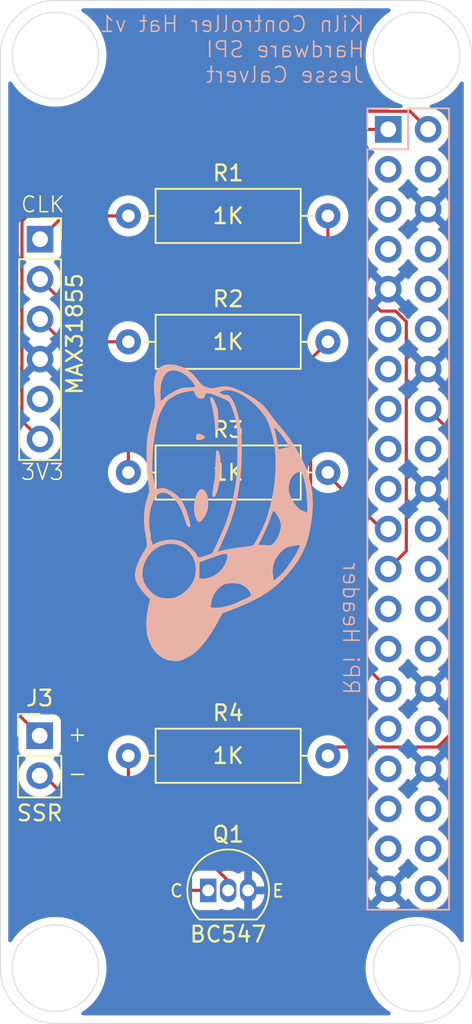
<source format=kicad_pcb>
(kicad_pcb (version 20241229) (generator "pcbnew") (generator_version "9.0")
  (title_block (title "Kiln_Hat") (date "2025-11-22") (rev "1") (company "Jesse Calvert") (comment 1 "Hardware SPI"))
  (layers (0 "F.Cu" signal) (2 "B.Cu" signal) (13 "F.Paste" user) (15 "B.Paste" user) (5 "F.SilkS" user "F.Silkscreen") (7 "B.SilkS" user "B.Silkscreen") (1 "F.Mask" user) (3 "B.Mask" user) (25 "Edge.Cuts" user))
  (net 0 "")
  (net 8 "GND")
  (net 10 "Net-(J1-Pin_16)")
  (net 19 "Net-(J1-Pin_29)")
  (net 21 "Net-(J1-Pin_23)")
  (net 25 "/5V")
  (net 26 "/3V3")
  (net 29 "Net-(J1-Pin_21)")
  (net 35 "/CS")
  (net 36 "/CLK")
  (net 37 "/DO")
  (net 38 "Net-(J3-Pin_2)")
  (net 39 "Net-(Q1-B)")
  (footprint "Resistor_THT:R_Axial_DIN0309_L9.0mm_D3.2mm_P12.70mm_Horizontal" (layer "F.Cu") (at 144.901 122.686)
    (property "Reference" "R4" (at 6.35 -2.72 0) (layer "F.SilkS"))
    (property "Value" "1K" (at 6.35 0 0) (layer "F.SilkS"))
    (fp_line (start 1.04 0) (end 1.73 0) (stroke (width 0.12)) (layer "F.SilkS"))
    (fp_line (start 11.66 0) (end 10.97 0) (stroke (width 0.12)) (layer "F.SilkS"))
    (fp_rect (start 1.73 -1.72) (end 10.97 1.72) (stroke (width 0.12)) (fill no) (layer "F.SilkS"))
    (pad "1" thru_hole circle (at 0 0) (size 1.6 1.6) (drill 0.8) (layers "*.Cu" "*.Mask") (net 39 "Net-(Q1-B)"))
    (pad "2" thru_hole circle (at 12.7 0) (size 1.6 1.6) (drill 0.8) (layers "*.Cu" "*.Mask") (net 10 "Net-(J1-Pin_16)"))
  )
  (footprint "Connector_PinHeader_2.54mm:PinHeader_1x02_P2.54mm_Vertical" (layer "F.Cu") (at 139.251 121.411)
    (property "Reference" "J3" (at 0 -2.38 0) (layer "F.SilkS"))
    (property "Value" "SSR" (at 0 4.92 0) (layer "F.SilkS"))
    (fp_line (start -1.38 -1.38) (end 0 -1.38) (stroke (width 0.12)) (layer "F.SilkS"))
    (fp_line (start -1.38 0) (end -1.38 -1.38) (stroke (width 0.12)) (layer "F.SilkS"))
    (fp_line (start -1.38 1.27) (end -1.38 3.92) (stroke (width 0.12)) (layer "F.SilkS"))
    (fp_line (start -1.38 1.27) (end 1.38 1.27) (stroke (width 0.12)) (layer "F.SilkS"))
    (fp_line (start -1.38 3.92) (end 1.38 3.92) (stroke (width 0.12)) (layer "F.SilkS"))
    (fp_line (start 1.38 1.27) (end 1.38 3.92) (stroke (width 0.12)) (layer "F.SilkS"))
    (pad "1" thru_hole rect (at 0 0) (size 1.7 1.7) (drill 1) (layers "*.Cu" "*.Mask") (net 25 "/5V"))
    (pad "2" thru_hole circle (at 0 2.54) (size 1.7 1.7) (drill 1) (layers "*.Cu" "*.Mask") (net 38 "Net-(J3-Pin_2)"))
  )
  (footprint "Resistor_THT:R_Axial_DIN0309_L9.0mm_D3.2mm_P12.70mm_Horizontal" (layer "F.Cu") (at 144.901 104.686)
    (property "Reference" "R3" (at 6.35 -2.72 0) (layer "F.SilkS"))
    (property "Value" "1K" (at 6.35 0 0) (layer "F.SilkS"))
    (fp_line (start 1.04 0) (end 1.73 0) (stroke (width 0.12)) (layer "F.SilkS"))
    (fp_line (start 11.66 0) (end 10.97 0) (stroke (width 0.12)) (layer "F.SilkS"))
    (fp_rect (start 1.73 -1.72) (end 10.97 1.72) (stroke (width 0.12)) (fill no) (layer "F.SilkS"))
    (pad "1" thru_hole circle (at 0 0) (size 1.6 1.6) (drill 0.8) (layers "*.Cu" "*.Mask") (net 37 "/DO"))
    (pad "2" thru_hole circle (at 12.7 0) (size 1.6 1.6) (drill 0.8) (layers "*.Cu" "*.Mask") (net 29 "Net-(J1-Pin_21)"))
  )
  (footprint "Connector_PinSocket_2.54mm:PinSocket_1x06_P2.54mm_Vertical" (layer "F.Cu") (at 139.276 89.861)
    (property "Reference" "J2" (hide yes))
    (property "Value" "MAX31855" (at 2.2 6.02 90) (layer "F.SilkS"))
    (fp_line (start -1.33 1.27) (end -1.33 14.03) (stroke (width 0.12)) (layer "F.SilkS"))
    (fp_line (start -1.33 1.27) (end 1.33 1.27) (stroke (width 0.12)) (layer "F.SilkS"))
    (fp_line (start -1.33 14.03) (end 1.33 14.03) (stroke (width 0.12)) (layer "F.SilkS"))
    (fp_line (start 0 -1.33) (end 1.33 -1.33) (stroke (width 0.12)) (layer "F.SilkS"))
    (fp_line (start 1.33 -1.33) (end 1.33 0) (stroke (width 0.12)) (layer "F.SilkS"))
    (fp_line (start 1.33 1.27) (end 1.33 14.03) (stroke (width 0.12)) (layer "F.SilkS"))
    (pad "1" thru_hole rect (at 0 0) (size 1.7 1.7) (drill 1) (layers "*.Cu" "*.Mask") (net 36 "/CLK"))
    (pad "2" thru_hole circle (at 0 2.54) (size 1.7 1.7) (drill 1) (layers "*.Cu" "*.Mask") (net 35 "/CS"))
    (pad "3" thru_hole circle (at 0 5.08) (size 1.7 1.7) (drill 1) (layers "*.Cu" "*.Mask") (net 37 "/DO"))
    (pad "4" thru_hole circle (at 0 7.62) (size 1.7 1.7) (drill 1) (layers "*.Cu" "*.Mask") (net 8 "GND"))
    (pad "5" thru_hole circle (at 0 10.16) (size 1.7 1.7) (drill 1) (layers "*.Cu" "*.Mask"))
    (pad "6" thru_hole circle (at 0 12.7) (size 1.7 1.7) (drill 1) (layers "*.Cu" "*.Mask") (net 26 "/3V3"))
  )
  (footprint "Resistor_THT:R_Axial_DIN0309_L9.0mm_D3.2mm_P12.70mm_Horizontal" (layer "F.Cu") (at 144.901 88.381)
    (property "Reference" "R1" (at 6.35 -2.72 0) (layer "F.SilkS"))
    (property "Value" "1K" (at 6.35 0 0) (layer "F.SilkS"))
    (fp_line (start 1.04 0) (end 1.73 0) (stroke (width 0.12)) (layer "F.SilkS"))
    (fp_line (start 11.66 0) (end 10.97 0) (stroke (width 0.12)) (layer "F.SilkS"))
    (fp_rect (start 1.73 -1.72) (end 10.97 1.72) (stroke (width 0.12)) (fill no) (layer "F.SilkS"))
    (pad "1" thru_hole circle (at 0 0) (size 1.6 1.6) (drill 0.8) (layers "*.Cu" "*.Mask") (net 36 "/CLK"))
    (pad "2" thru_hole circle (at 12.7 0) (size 1.6 1.6) (drill 0.8) (layers "*.Cu" "*.Mask") (net 21 "Net-(J1-Pin_23)"))
  )
  (footprint "Package_TO_SOT_THT:TO-92_Inline" (layer "F.Cu") (at 149.981 131.241)
    (property "Reference" "Q1" (at 1.27 -3.56 0) (layer "F.SilkS"))
    (property "Value" "BC547" (at 1.27 2.79 0) (layer "F.SilkS"))
    (fp_line (start -0.53 1.85) (end 3.07 1.85) (stroke (width 0.12)) (layer "F.SilkS"))
    (fp_arc (start -0.568478 1.838478) (mid -1.132087 -0.994977) (end 1.27 -2.6) (stroke (width 0.12)) (layer "F.SilkS"))
    (fp_arc (start 1.27 -2.6) (mid 3.672087 -0.994977) (end 3.108478 1.838478) (stroke (width 0.12)) (layer "F.SilkS"))
    (pad "1" thru_hole rect (at 0 0) (size 1.05 1.5) (drill 0.75) (layers "*.Cu" "*.Mask") (net 38 "Net-(J3-Pin_2)"))
    (pad "2" thru_hole oval (at 1.27 0) (size 1.05 1.5) (drill 0.75) (layers "*.Cu" "*.Mask") (net 39 "Net-(Q1-B)"))
    (pad "3" thru_hole oval (at 2.54 0) (size 1.05 1.5) (drill 0.75) (layers "*.Cu" "*.Mask") (net 8 "GND"))
  )
  (footprint "Resistor_THT:R_Axial_DIN0309_L9.0mm_D3.2mm_P12.70mm_Horizontal" (layer "F.Cu") (at 144.901 96.381)
    (property "Reference" "R2" (at 6.35 -2.72 0) (layer "F.SilkS"))
    (property "Value" "1K" (at 6.35 0 0) (layer "F.SilkS"))
    (fp_line (start 1.04 0) (end 1.73 0) (stroke (width 0.12)) (layer "F.SilkS"))
    (fp_line (start 11.66 0) (end 10.97 0) (stroke (width 0.12)) (layer "F.SilkS"))
    (fp_rect (start 1.73 -1.72) (end 10.97 1.72) (stroke (width 0.12)) (fill no) (layer "F.SilkS"))
    (pad "1" thru_hole circle (at 0 0) (size 1.6 1.6) (drill 0.8) (layers "*.Cu" "*.Mask") (net 35 "/CS"))
    (pad "2" thru_hole circle (at 12.7 0) (size 1.6 1.6) (drill 0.8) (layers "*.Cu" "*.Mask") (net 19 "Net-(J1-Pin_29)"))
  )
  (footprint "Connector_PinSocket_2.54mm:PinSocket_2x20_P2.54mm_Vertical" (layer "B.Cu") (at 161.441 82.881 180)
    (property "Reference" "J1" (hide yes))
    (property "Value" "RPi GPIO")
    (fp_line (start 1.33 1.33) (end 1.33 0) (stroke (width 0.12)) (layer "B.SilkS"))
    (fp_line (start 1.33 -1.27) (end 1.33 -49.59) (stroke (width 0.12)) (layer "B.SilkS"))
    (fp_line (start 0 1.33) (end 1.33 1.33) (stroke (width 0.12)) (layer "B.SilkS"))
    (fp_line (start -1.27 1.33) (end -1.27 -1.27) (stroke (width 0.12)) (layer "B.SilkS"))
    (fp_line (start -1.27 -1.27) (end 1.33 -1.27) (stroke (width 0.12)) (layer "B.SilkS"))
    (fp_line (start -3.87 1.33) (end -1.27 1.33) (stroke (width 0.12)) (layer "B.SilkS"))
    (fp_line (start -3.87 1.33) (end -3.87 -49.59) (stroke (width 0.12)) (layer "B.SilkS"))
    (fp_line (start -3.87 -49.59) (end 1.33 -49.59) (stroke (width 0.12)) (layer "B.SilkS"))
    (pad "1" thru_hole rect (at 0 0 180) (size 1.7 1.7) (drill 1) (layers "*.Cu" "*.Mask") (net 26 "/3V3"))
    (pad "2" thru_hole circle (at -2.54 0 180) (size 1.7 1.7) (drill 1) (layers "*.Cu" "*.Mask") (net 25 "/5V"))
    (pad "3" thru_hole circle (at 0 -2.54 180) (size 1.7 1.7) (drill 1) (layers "*.Cu" "*.Mask"))
    (pad "4" thru_hole circle (at -2.54 -2.54 180) (size 1.7 1.7) (drill 1) (layers "*.Cu" "*.Mask"))
    (pad "5" thru_hole circle (at 0 -5.08 180) (size 1.7 1.7) (drill 1) (layers "*.Cu" "*.Mask"))
    (pad "6" thru_hole circle (at -2.54 -5.08 180) (size 1.7 1.7) (drill 1) (layers "*.Cu" "*.Mask") (net 8 "GND"))
    (pad "7" thru_hole circle (at 0 -7.62 180) (size 1.7 1.7) (drill 1) (layers "*.Cu" "*.Mask"))
    (pad "8" thru_hole circle (at -2.54 -7.62 180) (size 1.7 1.7) (drill 1) (layers "*.Cu" "*.Mask"))
    (pad "9" thru_hole circle (at 0 -10.16 180) (size 1.7 1.7) (drill 1) (layers "*.Cu" "*.Mask") (net 8 "GND"))
    (pad "10" thru_hole circle (at -2.54 -10.16 180) (size 1.7 1.7) (drill 1) (layers "*.Cu" "*.Mask"))
    (pad "11" thru_hole circle (at 0 -12.7 180) (size 1.7 1.7) (drill 1) (layers "*.Cu" "*.Mask"))
    (pad "12" thru_hole circle (at -2.54 -12.7 180) (size 1.7 1.7) (drill 1) (layers "*.Cu" "*.Mask"))
    (pad "13" thru_hole circle (at 0 -15.24 180) (size 1.7 1.7) (drill 1) (layers "*.Cu" "*.Mask"))
    (pad "14" thru_hole circle (at -2.54 -15.24 180) (size 1.7 1.7) (drill 1) (layers "*.Cu" "*.Mask") (net 8 "GND"))
    (pad "15" thru_hole circle (at 0 -17.78 180) (size 1.7 1.7) (drill 1) (layers "*.Cu" "*.Mask"))
    (pad "16" thru_hole circle (at -2.54 -17.78 180) (size 1.7 1.7) (drill 1) (layers "*.Cu" "*.Mask") (net 10 "Net-(J1-Pin_16)"))
    (pad "17" thru_hole circle (at 0 -20.32 180) (size 1.7 1.7) (drill 1) (layers "*.Cu" "*.Mask"))
    (pad "18" thru_hole circle (at -2.54 -20.32 180) (size 1.7 1.7) (drill 1) (layers "*.Cu" "*.Mask"))
    (pad "19" thru_hole circle (at 0 -22.86 180) (size 1.7 1.7) (drill 1) (layers "*.Cu" "*.Mask"))
    (pad "20" thru_hole circle (at -2.54 -22.86 180) (size 1.7 1.7) (drill 1) (layers "*.Cu" "*.Mask") (net 8 "GND"))
    (pad "21" thru_hole circle (at 0 -25.4 180) (size 1.7 1.7) (drill 1) (layers "*.Cu" "*.Mask") (net 29 "Net-(J1-Pin_21)"))
    (pad "22" thru_hole circle (at -2.54 -25.4 180) (size 1.7 1.7) (drill 1) (layers "*.Cu" "*.Mask"))
    (pad "23" thru_hole circle (at 0 -27.94 180) (size 1.7 1.7) (drill 1) (layers "*.Cu" "*.Mask") (net 21 "Net-(J1-Pin_23)"))
    (pad "24" thru_hole circle (at -2.54 -27.94 180) (size 1.7 1.7) (drill 1) (layers "*.Cu" "*.Mask"))
    (pad "25" thru_hole circle (at 0 -30.48 180) (size 1.7 1.7) (drill 1) (layers "*.Cu" "*.Mask"))
    (pad "26" thru_hole circle (at -2.54 -30.48 180) (size 1.7 1.7) (drill 1) (layers "*.Cu" "*.Mask"))
    (pad "27" thru_hole circle (at 0 -33.02 180) (size 1.7 1.7) (drill 1) (layers "*.Cu" "*.Mask"))
    (pad "28" thru_hole circle (at -2.54 -33.02 180) (size 1.7 1.7) (drill 1) (layers "*.Cu" "*.Mask"))
    (pad "29" thru_hole circle (at 0 -35.56 180) (size 1.7 1.7) (drill 1) (layers "*.Cu" "*.Mask") (net 19 "Net-(J1-Pin_29)"))
    (pad "30" thru_hole circle (at -2.54 -35.56 180) (size 1.7 1.7) (drill 1) (layers "*.Cu" "*.Mask") (net 8 "GND"))
    (pad "31" thru_hole circle (at 0 -38.1 180) (size 1.7 1.7) (drill 1) (layers "*.Cu" "*.Mask"))
    (pad "32" thru_hole circle (at -2.54 -38.1 180) (size 1.7 1.7) (drill 1) (layers "*.Cu" "*.Mask"))
    (pad "33" thru_hole circle (at 0 -40.64 180) (size 1.7 1.7) (drill 1) (layers "*.Cu" "*.Mask"))
    (pad "34" thru_hole circle (at -2.54 -40.64 180) (size 1.7 1.7) (drill 1) (layers "*.Cu" "*.Mask") (net 8 "GND"))
    (pad "35" thru_hole circle (at 0 -43.18 180) (size 1.7 1.7) (drill 1) (layers "*.Cu" "*.Mask"))
    (pad "36" thru_hole circle (at -2.54 -43.18 180) (size 1.7 1.7) (drill 1) (layers "*.Cu" "*.Mask"))
    (pad "37" thru_hole circle (at 0 -45.72 180) (size 1.7 1.7) (drill 1) (layers "*.Cu" "*.Mask"))
    (pad "38" thru_hole circle (at -2.54 -45.72 180) (size 1.7 1.7) (drill 1) (layers "*.Cu" "*.Mask"))
    (pad "39" thru_hole circle (at 0 -48.26 180) (size 1.7 1.7) (drill 1) (layers "*.Cu" "*.Mask") (net 8 "GND"))
    (pad "40" thru_hole circle (at -2.54 -48.26 180) (size 1.7 1.7) (drill 1) (layers "*.Cu" "*.Mask"))
  )
  (footprint "LOGO" (layer "B.Cu") (at 149.473659 107.087204 90)
    (property "Reference" "G***" (hide yes))
    (property "Value" "LOGO" (hide yes))
    (fp_poly (pts (xy 4.740687 0.223639) (xy 4.819197 0.108068) (xy 4.851062 0.000001) (xy 4.858562 -0.11661) (xy 4.863111 -0.178763) (xy 4.825972 -0.228113) (xy 4.731724 -0.263545) (xy 4.619456 -0.277324) (xy 4.528255 -0.261716) (xy 4.5094 -0.248755) (xy 4.465436 -0.146191) (xy 4.466722 -0.001089) (xy 4.509765 0.145929) (xy 4.54897 0.21159) (xy 4.637542 0.326784)) (fill yes) (layer "B.SilkS"))
    (fp_poly (pts (xy 0.742243 0.492198) (xy 0.96875 0.446463) (xy 1.142738 0.362699) (xy 1.266751 0.254469) (xy 1.339678 0.155127) (xy 1.346165 0.064354) (xy 1.328154 0.007175) (xy 1.235958 -0.111436) (xy 1.067647 -0.21433) (xy 0.842726 -0.297973) (xy 0.580702 -0.358829) (xy 0.301079 -0.393363) (xy 0.023365 -0.39804) (xy -0.232934 -0.369326) (xy -0.430352 -0.311517) (xy -0.622143 -0.219118) (xy -0.725525 -0.13486) (xy -0.746647 -0.048156) (xy -0.691657 0.051581) (xy -0.661097 0.085774) (xy -0.548582 0.179447) (xy -0.386995 0.285664) (xy -0.247003 0.362909) (xy -0.084785 0.437276) (xy 0.057093 0.480621) (xy 0.216978 0.500899) (xy 0.433215 0.506068) (xy 0.443022 0.506073)) (fill yes) (layer "B.SilkS"))
    (fp_poly (pts (xy 5.765441 1.152623) (xy 6.020961 1.149396) (xy 6.208066 1.140585) (xy 6.354732 1.121313) (xy 6.488935 1.0867) (xy 6.638653 1.031867) (xy 6.771726 0.977145) (xy 6.985516 0.881329) (xy 7.116817 0.805826) (xy 7.17577 0.744276) (xy 7.181403 0.720189) (xy 7.165722 0.649408) (xy 7.107416 0.624385) (xy 6.98959 0.642889) (xy 6.868121 0.678787) (xy 6.695358 0.725215) (xy 6.46372 0.775298) (xy 6.199019 0.82478) (xy 5.927067 0.869401) (xy 5.673678 0.904904) (xy 5.464663 0.92703) (xy 5.333676 0.931909) (xy 5.171341 0.936872) (xy 5.094934 0.971226) (xy 5.097184 1.039753) (xy 5.116482 1.074703) (xy 5.151023 1.109526) (xy 5.213089 1.132743) (xy 5.319404 1.146362) (xy 5.486693 1.152391) (xy 5.731679 1.152838)) (fill yes) (layer "B.SilkS"))
    (fp_poly (pts (xy 3.199777 1.289727) (xy 3.45262 1.259756) (xy 3.648108 1.211867) (xy 3.771667 1.14568) (xy 3.803693 1.101315) (xy 3.812786 1.065364) (xy 3.800314 1.0383) (xy 3.753918 1.018129) (xy 3.661237 1.002855) (xy 3.509913 0.990482) (xy 3.287586 0.979014) (xy 2.981896 0.966457) (xy 2.964136 0.965762) (xy 2.698662 0.955341) (xy 2.461737 0.945953) (xy 2.272671 0.938371) (xy 2.15077 0.933365) (xy 2.120682 0.932053) (xy 2.030246 0.921903) (xy 1.873892 0.898835) (xy 1.680539 0.867207) (xy 1.61461 0.85582) (xy 1.354807 0.810916) (xy 1.173078 0.78155) (xy 1.052685 0.765871) (xy 0.976891 0.762024) (xy 0.928956 0.768156) (xy 0.903699 0.777094) (xy 0.844431 0.835332) (xy 0.869053 0.91112) (xy 0.970064 0.991356) (xy 1.048291 1.029647) (xy 1.294502 1.114491) (xy 1.585386 1.18407) (xy 1.90637 1.238006) (xy 2.242876 1.275918) (xy 2.580329 1.297428) (xy 2.904155 1.302158)) (fill yes) (layer "B.SilkS"))
    (fp_poly (pts (xy 1.039994 7.145686) (xy 1.684532 7.039823) (xy 2.345658 6.855605) (xy 2.585416 6.772084) (xy 3.055336 6.574634) (xy 3.560217 6.316551) (xy 4.07534 6.012904) (xy 4.575984 5.678758) (xy 5.03743 5.329179) (xy 5.255561 5.144645) (xy 5.475333 4.956681) (xy 5.720355 4.756826) (xy 5.953398 4.575074) (xy 6.068193 4.489925) (xy 6.261138 4.346252) (xy 6.447065 4.200206) (xy 6.596525 4.075202) (xy 6.644043 4.032051) (xy 6.843766 3.810042) (xy 7.060137 3.511688) (xy 7.282674 3.15314) (xy 7.500894 2.750549) (xy 7.580948 2.588456) (xy 7.740427 2.223406) (xy 7.839159 1.907326) (xy 7.880563 1.617246) (xy 7.868055 1.330199) (xy 7.81068 1.044473) (xy 7.768695 0.866563) (xy 7.755534 0.737864) (xy 7.770687 0.615765) (xy 7.80402 0.490203) (xy 7.882731 0.267652) (xy 7.981608 0.104844) (xy 8.127031 -0.034244) (xy 8.255939 -0.126928) (xy 8.616134 -0.422034) (xy 8.904573 -0.769312) (xy 9.11499 -1.157559) (xy 9.241122 -1.57557) (xy 9.277416 -1.953828) (xy 9.241047 -2.259015) (xy 9.129916 -2.508285) (xy 8.943124 -2.70207) (xy 8.679777 -2.840803) (xy 8.338976 -2.924914) (xy 7.919827 -2.954835) (xy 7.421431 -2.930999) (xy 7.278928 -2.916069) (xy 6.985852 -2.887421) (xy 6.769333 -2.878968) (xy 6.611737 -2.890417) (xy 6.5481 -2.903898) (xy 6.072988 -3.032553) (xy 5.676802 -3.137781) (xy 5.345586 -3.221939) (xy 5.065384 -3.28738) (xy 4.822239 -3.336461) (xy 4.602194 -3.371536) (xy 4.391293 -3.39496) (xy 4.17558 -3.409089) (xy 3.941098 -3.416278) (xy 3.67389 -3.418881) (xy 3.494307 -3.419221) (xy 2.817058 -3.40707) (xy 2.218503 -3.369243) (xy 1.869465 -3.331121) (xy 1.184471 -3.242468) (xy 0.736827 -3.397481) (xy 0.273917 -3.517716) (xy -0.2393 -3.58074) (xy -0.774393 -3.584954) (xy -1.302934 -3.528757) (xy -1.373625 -3.516196) (xy -1.701924 -3.457897) (xy -1.950869 -3.421908) (xy -2.134713 -3.407517) (xy -2.267709 -3.414014) (xy -2.364107 -3.440687) (xy -2.408026 -3.464569) (xy -2.901657 -3.76274) (xy -3.346344 -3.978219) (xy -3.742472 -4.111134) (xy -4.090427 -4.161609) (xy -4.390594 -4.12977) (xy -4.420036 -4.121452) (xy -4.648769 -4.024165) (xy -4.907234 -3.868038) (xy -5.167687 -3.671612) (xy -5.370522 -3.4862) (xy -5.66044 -3.193572) (xy -6.083541 -3.303603) (xy -6.528003 -3.392101) (xy -6.993313 -3.436602) (xy -7.448772 -3.436262) (xy -7.863683 -3.390237) (xy -8.019456 -3.356832) (xy -8.452962 -3.20855) (xy -8.825654 -3.001894) (xy -9.131246 -2.743796) (xy -9.36345 -2.441189) (xy -9.515981 -2.101006) (xy -9.516957 -2.09557) (xy -5.590314 -2.09557) (xy -5.57543 -2.377998) (xy -5.523486 -2.609548) (xy -5.422206 -2.819585) (xy -5.259312 -3.037472) (xy -5.141782 -3.168333) (xy -4.839237 -3.432626) (xy -4.512797 -3.60372) (xy -4.161689 -3.68178) (xy -3.78514 -3.666972) (xy -3.382377 -3.559462) (xy -3.358672 -3.550566) (xy -2.988442 -3.366216) (xy -2.680892 -3.126019) (xy -2.438775 -2.84149) (xy -2.264842 -2.524144) (xy -2.161846 -2.185497) (xy -2.13254 -1.837063) (xy -2.179675 -1.490357) (xy -2.306006 -1.156895) (xy -2.514283 -0.848193) (xy -2.673722 -0.685022) (xy -2.987031 -0.465359) (xy -3.337575 -0.329747) (xy -3.712743 -0.279728) (xy -4.099925 -0.316847) (xy -4.486511 -0.442648) (xy -4.52177 -0.458807) (xy -4.812668 -0.637791) (xy -5.087878 -0.883935) (xy -5.318824 -1.168872) (xy -5.432252 -1.362634) (xy -5.512951 -1.537358) (xy -5.560561 -1.681097) (xy -5.583503 -1.832895) (xy -5.590196 -2.031799) (xy -5.590314 -2.09557) (xy -9.516957 -2.09557) (xy -9.582552 -1.73018) (xy -9.585009 -1.630404) (xy -9.578851 -1.452442) (xy -9.557093 -1.305312) (xy -9.510863 -1.155776) (xy -9.431291 -0.970594) (xy -9.379869 -0.861832) (xy -9.261473 -0.633177) (xy -9.139294 -0.444521) (xy -8.988861 -0.262424) (xy -8.835191 -0.104023) (xy -2.991964 -0.104023) (xy -2.991801 -0.104485) (xy -2.934788 -0.162429) (xy -2.825413 -0.22498) (xy -2.805452 -0.2337) (xy -2.683321 -0.313241) (xy -2.530015 -0.453643) (xy -2.364266 -0.6333) (xy -2.204805 -0.830602) (xy -2.070364 -1.023943) (xy -1.984393 -1.180834) (xy -1.893008 -1.487084) (xy -1.86077 -1.837854) (xy -1.885946 -2.202924) (xy -1.966805 -2.552075) (xy -2.077916 -2.813565) (xy -2.154334 -2.957661) (xy -2.185836 -3.033925) (xy -2.175686 -3.058013) (xy -2.127149 -3.045581) (xy -2.126217 -3.045224) (xy -2.039607 -3.051231) (xy -1.954907 -3.092833) (xy -1.835681 -3.140672) (xy -1.744535 -3.142444) (xy -1.634204 -3.140815) (xy -1.48215 -3.164683) (xy -1.421822 -3.179779) (xy -1.146504 -3.228926) (xy -0.798647 -3.245147) (xy -0.396459 -3.228036) (xy -0.185546 -3.207415) (xy 0.111342 -3.152681) (xy 0.409134 -3.06194) (xy 0.677823 -2.946567) (xy 0.887405 -2.817938) (xy 0.92595 -2.786025) (xy 1.070953 -2.600499) (xy 1.125777 -2.388801) (xy 1.089956 -2.16003) (xy 0.969771 -1.932675) (xy 0.704406 -1.637013) (xy 0.359524 -1.378275) (xy -0.052497 -1.164278) (xy -0.489149 -1.011128) (xy -0.672931 -0.955147) (xy -0.843997 -0.89549) (xy -0.9278 -0.861512) (xy -1.039063 -0.78903) (xy -1.083942 -0.712687) (xy -1.053744 -0.652245) (xy -1.025625 -0.639091) (xy -0.91622 -0.635048) (xy -0.739294 -0.664555) (xy -0.51502 -0.721141) (xy -0.263574 -0.798338) (xy -0.005127 -0.889679) (xy 0.240144 -0.988693) (xy 0.452066 -1.088913) (xy 0.551118 -1.144656) (xy 0.865379 -1.383676) (xy 1.115708 -1.681776) (xy 1.26205 -1.936437) (xy 1.351739 -2.128674) (xy 1.400089 -2.268445) (xy 1.414975 -2.386165) (xy 1.406717 -2.495158) (xy 1.382074 -2.643395) (xy 1.355353 -2.759578) (xy 1.347995 -2.782051) (xy 1.347129 -2.832471) (xy 1.404739 -2.865399) (xy 1.539185 -2.890835) (xy 1.550559 -2.892405) (xy 1.728108 -2.921857) (xy 1.943405 -2.964775) (xy 2.094335 -2.998804) (xy 2.235378 -3.02735) (xy 2.388402 -3.045489) (xy 2.57278 -3.053909) (xy 2.807882 -3.053301) (xy 3.11308 -3.044353) (xy 3.237336 -3.03949) (xy 3.571222 -3.024818) (xy 3.844713 -3.009278) (xy 4.08289 -2.989915) (xy 4.310836 -2.963778) (xy 4.55363 -2.927914) (xy 4.836355 -2.87937) (xy 5.184092 -2.815193) (xy 5.25351 -2.802133) (xy 5.571713 -2.738022) (xy 5.826134 -2.67398) (xy 6.048686 -2.598507) (xy 6.271285 -2.500102) (xy 6.282572 -2.494212) (xy 6.96688 -2.494212) (xy 7.010594 -2.509496) (xy 7.13025 -2.521581) (xy 7.305411 -2.5289) (xy 7.438372 -2.53036) (xy 7.764252 -2.519118) (xy 8.031129 -2.482483) (xy 8.223475 -2.432664) (xy 8.510783 -2.312354) (xy 8.720165 -2.158499) (xy 8.843791 -1.976928) (xy 8.8472 -1.968232) (xy 8.889416 -1.727412) (xy 8.851467 -1.45728) (xy 8.738498 -1.173397) (xy 8.555655 -0.891329) (xy 8.450039 -0.767057) (xy 8.31064 -0.629144) (xy 8.16138 -0.502879) (xy 8.02147 -0.402005) (xy 7.910118 -0.340267) (xy 7.846534 -0.331408) (xy 7.844017 -0.333464) (xy 7.830807 -0.390963) (xy 7.819115 -0.520711) (xy 7.810873 -0.698564) (xy 7.809119 -0.769851) (xy 7.802519 -0.963572) (xy 7.785563 -1.112398) (xy 7.749622 -1.248242) (xy 7.686068 -1.403017) (xy 7.586272 -1.608635) (xy 7.577689 -1.625791) (xy 7.460659 -1.840196) (xy 7.33257 -2.044201) (xy 7.213445 -2.207031) (xy 7.16163 -2.265274) (xy 7.056066 -2.376592) (xy 6.985188 -2.461895) (xy 6.96688 -2.494212) (xy 6.282572 -2.494212) (xy 6.525846 -2.367263) (xy 6.647644 -2.29974) (xy 6.888159 -2.144623) (xy 7.037005 -2.000615) (xy 7.065009 -1.9569) (xy 7.14831 -1.814026) (xy 7.249966 -1.655341) (xy 7.273716 -1.620501) (xy 7.388832 -1.398058) (xy 7.483117 -1.100628) (xy 7.550433 -0.748497) (xy 7.559944 -0.674762) (xy 7.588661 -0.433775) (xy 7.395999 -0.344943) (xy 7.223865 -0.232724) (xy 7.116022 -0.09561) (xy 7.075643 0.048188) (xy 7.105897 0.180458) (xy 7.209956 0.282989) (xy 7.281191 0.314403) (xy 7.389014 0.355667) (xy 7.432629 0.406072) (xy 7.430905 0.500309) (xy 7.419846 0.569331) (xy 7.389474 0.713314) (xy 7.35576 0.824004) (xy 7.347877 0.841601) (xy 7.313721 0.918453) (xy 7.255641 1.059849) (xy 7.184038 1.240259) (xy 7.154545 1.316068) (xy 7.075669 1.507399) (xy 6.99924 1.671407) (xy 6.938041 1.78135) (xy 6.921866 1.802916) (xy 6.824048 1.872718) (xy 6.652834 1.956374) (xy 6.428784 2.046215) (xy 6.172464 2.13457) (xy 5.904436 2.21377) (xy 5.663187 2.27238) (xy 5.524804 2.298716) (xy 5.377158 2.31935) (xy 5.206679 2.334931) (xy 4.999798 2.346108) (xy 4.742946 2.353528) (xy 4.422554 2.357841) (xy 4.025052 2.359694) (xy 3.831688 2.359895) (xy 3.35608 2.358597) (xy 2.956581 2.35321) (xy 2.612934 2.341932) (xy 2.304881 2.322966) (xy 2.012164 2.294511) (xy 1.714526 2.254769) (xy 1.391709 2.20194) (xy 1.023454 2.134225) (xy 0.795255 2.090188) (xy 0.576763 2.041128) (xy 0.308194 1.97103) (xy 0.010928 1.886512) (xy -0.293655 1.794194) (xy -0.584175 1.700695) (xy -0.839252 1.612634) (xy -1.037506 1.536631) (xy -1.132638 1.493311) (xy -1.244833 1.440299) (xy -1.404631 1.370965) (xy -1.518217 1.324233) (xy -1.634109 1.274782) (xy -1.803796 1.1988) (xy -2.00529 1.106548) (xy -2.216602 1.008283) (xy -2.415742 0.914263) (xy -2.580722 0.834749) (xy -2.689553 0.779997) (xy -2.714123 0.766309) (xy -2.744603 0.712363) (xy -2.792017 0.591477) (xy -2.848048 0.429737) (xy -2.904377 0.25323) (xy -2.952685 0.088043) (xy -2.984653 -0.039737) (xy -2.991964 -0.104023) (xy -8.835191 -0.104023) (xy -8.794999 -0.062594) (xy -8.552707 0.150784) (xy -4.348086 0.150784) (xy -4.341886 0.10143) (xy -4.313484 -0.049966) (xy -3.80775 -0.049081) (xy -3.600036 -0.048428) (xy -3.433631 -0.047355) (xy -3.328468 -0.046024) (xy -3.301767 -0.044936) (xy -3.28638 -0.001331) (xy -3.244952 0.114073) (xy -3.184259 0.282438) (xy -3.128401 0.437038) (xy -3.008083 0.771742) (xy -2.917624 1.029052) (xy -2.877894 1.147594) (xy -2.620799 1.147594) (xy -2.613838 1.132638) (xy -2.563845 1.151989) (xy -2.444131 1.204821) (xy -2.272066 1.283303) (xy -2.065023 1.379605) (xy -2.042344 1.390252) (xy -1.342302 1.702276) (xy -0.685187 1.956911) (xy -0.043352 2.162045) (xy 0.610852 2.325565) (xy 1.305072 2.455356) (xy 2.048386 2.557137) (xy 2.491085 2.598991) (xy 2.98207 2.628309) (xy 3.493646 2.644633) (xy 3.998118 2.647507) (xy 4.46779 2.636473) (xy 4.874966 2.611074) (xy 4.940227 2.604867) (xy 5.391581 2.546441) (xy 5.817858 2.466956) (xy 6.20979 2.370042) (xy 6.558105 2.259331) (xy 6.853533 2.138457) (xy 7.086806 2.011049) (xy 7.248652 1.88074) (xy 7.329802 1.751162) (xy 7.334469 1.666852) (xy 7.340892 1.534569) (xy 7.392474 1.383958) (xy 7.396317 1.376417) (xy 7.482637 1.210519) (xy 7.566836 1.373342) (xy 7.628727 1.587166) (xy 7.6282 1.851998) (xy 7.567534 2.147385) (xy 7.449004 2.452875) (xy 7.445942 2.459187) (xy 7.239357 2.815223) (xy 6.969227 3.179052) (xy 6.655647 3.529518) (xy 6.318715 3.845464) (xy 5.978525 4.105735) (xy 5.753046 4.241459) (xy 5.526518 4.341573) (xy 5.229568 4.445109) (xy 4.887609 4.54511) (xy 4.526054 4.63462) (xy 4.170317 4.706682) (xy 3.905249 4.747313) (xy 3.274283 4.795138) (xy 2.587627 4.790762) (xy 1.868766 4.736961) (xy 1.141188 4.636511) (xy 0.428381 4.49219) (xy -0.246168 4.306774) (xy -0.479565 4.228938) (xy -0.74376 4.129123) (xy -1.02514 4.010794) (xy -1.308707 3.88159) (xy -1.579463 3.749147) (xy -1.82241 3.621102) (xy -2.02255 3.505094) (xy -2.164884 3.408759) (xy -2.234416 3.339735) (xy -2.237031 3.333992) (xy -2.262199 3.23167) (xy -2.288541 3.070996) (xy -2.307201 2.91594) (xy -2.341302 2.617196) (xy -2.384519 2.302509) (xy -2.433382 1.991875) (xy -2.484421 1.705289) (xy -2.534166 1.462745) (xy -2.579145 1.284238) (xy -2.602072 1.216984) (xy -2.620799 1.147594) (xy -2.877894 1.147594) (xy -2.853015 1.221824) (xy -2.810249 1.362912) (xy -2.785318 1.465173) (xy -2.774214 1.541462) (xy -2.772533 1.578464) (xy -2.780871 1.664363) (xy -2.826337 1.701997) (xy -2.936486 1.710932) (xy -2.959186 1.711006) (xy -3.18613 1.672589) (xy -3.436928 1.567771) (xy -3.684847 1.412201) (xy -3.903147 1.22153) (xy -4.008978 1.096531) (xy -4.152984 0.8628) (xy -4.263789 0.608476) (xy -4.331966 0.361742) (xy -4.348086 0.150784) (xy -8.552707 0.150784) (xy -8.426734 0.261724) (xy -8.126712 0.481974) (xy -6.145162 0.481974) (xy -6.121063 0.457875) (xy -6.096965 0.481974) (xy -6.121063 0.506073) (xy -6.145162 0.481974) (xy -8.126712 0.481974) (xy -7.977921 0.591203) (xy -7.463193 0.915753) (xy -7.409951 0.945307) (xy -6.191746 0.945307) (xy -6.187727 0.795977) (xy -6.173052 0.701433) (xy -6.164956 0.686525) (xy -6.097551 0.673434) (xy -5.965729 0.683263) (xy -5.797716 0.7123) (xy -5.621739 0.756831) (xy -5.614991 0.758864) (xy -5.351355 0.875004) (xy -5.097244 1.050672) (xy -4.880097 1.262764) (xy -4.727353 1.488172) (xy -4.713228 1.518217) (xy -4.662038 1.703573) (xy -4.637575 1.945219) (xy -4.640571 2.20662) (xy -4.671759 2.451244) (xy -4.692779 2.537908) (xy -4.784049 2.73955) (xy -4.928582 2.936256) (xy -5.100356 3.098412) (xy -5.270525 3.195432) (xy -5.351038 3.220084) (xy -5.410185 3.217995) (xy -5.461522 3.175198) (xy -5.51861 3.077729) (xy -5.595006 2.91162) (xy -5.635446 2.819545) (xy -5.721931 2.627201) (xy -5.80977 2.439929) (xy -5.87114 2.315681) (xy -5.941123 2.154199) (xy -6.008676 1.95723) (xy -6.036414 1.857806) (xy -6.082868 1.673239) (xy -6.127543 1.497783) (xy -6.147143 1.421822) (xy -6.170727 1.288247) (xy -6.185837 1.119403) (xy -6.191746 0.945307) (xy -7.409951 0.945307) (xy -7.018828 1.162416) (xy -6.567068 1.399434) (xy -6.290087 2.107588) (xy -6.024603 2.75559) (xy -5.764821 3.321771) (xy -5.502096 3.819631) (xy -5.227786 4.262669) (xy -5.146561 4.373451) (xy -2.222736 4.373451) (xy -2.219771 4.334143) (xy -2.207615 4.159295) (xy -2.198963 3.964847) (xy -2.19787 3.924074) (xy -2.19298 3.703175) (xy -1.633476 3.989071) (xy -1.362919 4.120297) (xy -1.064322 4.253862) (xy -0.777899 4.372306) (xy -0.585184 4.444222) (xy -0.381366 4.515664) (xy -0.211516 4.576816) (xy -0.0963 4.620141) (xy -0.057812 4.636611) (xy -0.058648 4.6802) (xy -0.127189 4.755231) (xy -0.246006 4.84793) (xy -0.397671 4.944526) (xy -0.539963 5.01934) (xy 3.879885 5.01934) (xy 3.922176 4.995278) (xy 4.027128 4.968725) (xy 4.060625 4.962685) (xy 4.23277 4.931741) (xy 4.436912 4.891662) (xy 4.651287 4.847169) (xy 4.854127 4.802982) (xy 5.023668 4.76382) (xy 5.138143 4.734404) (xy 5.175635 4.720886) (xy 5.237524 4.701435) (xy 5.249493 4.701376) (xy 5.240566 4.732154) (xy 5.172758 4.812763) (xy 5.058938 4.928659) (xy 4.992659 4.991695) (xy 4.850882 5.114712) (xy 4.68473 5.244835) (xy 4.509191 5.372219) (xy 4.339254 5.487018) (xy 4.189908 5.579387) (xy 4.076141 5.63948) (xy 4.012943 5.657452) (xy 4.007039 5.639114) (xy 4.008496 5.558234) (xy 3.985014 5.420858) (xy 3.95635 5.308915) (xy 3.914675 5.161241) (xy 3.886903 5.054556) (xy 3.879885 5.01934) (xy -0.539963 5.01934) (xy -0.546483 5.022768) (xy -0.737122 5.098874) (xy -0.908658 5.127774) (xy -1.076654 5.123888) (xy -1.392656 5.061709) (xy -1.710606 4.931661) (xy -1.989256 4.751903) (xy -2.05824 4.691735) (xy -2.16644 4.57896) (xy -2.215436 4.485787) (xy -2.222736 4.373451) (xy -5.146561 4.373451) (xy -4.939861 4.655366) (xy -4.457912 4.655366) (xy -4.432966 4.661091) (xy -4.356659 4.670528) (xy -4.234615 4.653688) (xy -4.216077 4.649267) (xy -3.909745 4.61277) (xy -3.576287 4.641033) (xy -3.2552 4.72915) (xy -3.131063 4.784073) (xy -2.896575 4.931142) (xy -2.66857 5.123249) (xy -2.47804 5.331794) (xy -2.381777 5.475494) (xy -2.3485 5.566004) (xy -2.310849 5.711877) (xy -2.273823 5.886255) (xy -2.24242 6.062277) (xy -2.221639 6.213083) (xy -2.216478 6.311813) (xy -2.221998 6.334075) (xy -2.278489 6.329267) (xy -2.398139 6.281718) (xy -2.56295 6.200698) (xy -2.754921 6.095478) (xy -2.956054 5.975328) (xy -3.103456 5.880077) (xy -3.358778 5.707918) (xy -3.550104 5.576345) (xy -3.693892 5.472845) (xy -3.806596 5.384904) (xy -3.904672 5.300008) (xy -4.004576 5.205643) (xy -4.054147 5.157116) (xy -4.173431 5.032906) (xy -4.285377 4.905008) (xy -4.378058 4.78904) (xy -4.439545 4.70062) (xy -4.457912 4.655366) (xy -4.939861 4.655366) (xy -4.933248 4.664385) (xy -4.609839 5.03828) (xy -4.248914 5.397854) (xy -4.092081 5.540718) (xy -3.62408 5.930965) (xy -3.165604 6.254651) (xy -2.700005 6.51877) (xy -2.212766 6.729395) (xy -0.144635 6.729395) (xy -0.127168 6.72353) (xy -0.084709 6.682017) (xy -0.048916 6.582205) (xy -0.048911 6.582183) (xy 0.037177 6.387991) (xy 0.202411 6.189683) (xy 0.431036 6.000046) (xy 0.707297 5.83187) (xy 1.015439 5.697942) (xy 1.05864 5.683177) (xy 1.314858 5.638411) (xy 1.604672 5.651275) (xy 1.886771 5.718724) (xy 1.965651 5.75) (xy 2.111376 5.839912) (xy 3.703162 5.839912) (xy 3.709778 5.811259) (xy 3.735293 5.807781) (xy 3.774965 5.825415) (xy 3.767425 5.839912) (xy 3.710226 5.84568) (xy 3.703162 5.839912) (xy 2.111376 5.839912) (xy 2.153911 5.866156) (xy 2.312085 6.023796) (xy 2.342072 6.072866) (xy 3.25332 6.072866) (xy 3.277419 6.048767) (xy 3.301517 6.072866) (xy 3.277419 6.096965) (xy 3.25332 6.072866) (xy 2.342072 6.072866) (xy 2.371525 6.121063) (xy 3.156925 6.121063) (xy 3.181024 6.096965) (xy 3.205123 6.121063) (xy 3.181024 6.145162) (xy 3.156925 6.121063) (xy 2.371525 6.121063) (xy 2.417625 6.196501) (xy 2.447918 6.313853) (xy 2.626754 6.313853) (xy 2.650853 6.289754) (xy 2.674952 6.313853) (xy 2.650853 6.337951) (xy 2.626754 6.313853) (xy 2.447918 6.313853) (xy 2.448389 6.315676) (xy 2.444567 6.393194) (xy 2.405083 6.447475) (xy 2.309 6.496888) (xy 2.192978 6.539779) (xy 1.785309 6.652907) (xy 1.290367 6.737471) (xy 0.713186 6.792676) (xy 0.525368 6.803363) (xy 0.238015 6.814337) (xy 0.037515 6.814465) (xy -0.085097 6.803414) (xy -0.138789 6.780856) (xy -0.14019 6.778852) (xy -0.144635 6.729395) (xy -2.212766 6.729395) (xy -2.210631 6.730318) (xy -1.680834 6.896289) (xy -1.093963 7.023678) (xy -0.433368 7.119479) (xy -0.297748 7.134731) (xy 0.387436 7.176291)) (fill yes) (layer "B.SilkS"))
  )
  (gr_line (start 140.251001 74.686002) (end 163.250999 74.686001) (stroke (width 0.05)) (layer "Edge.Cuts"))
  (gr_line (start 136.751 136.186) (end 136.751001 78.186001) (stroke (width 0.05)) (layer "Edge.Cuts"))
  (gr_arc (start 140.251 139.686) (mid 137.776126 138.660874) (end 136.751 136.186) (stroke (width 0.05)) (layer "Edge.Cuts"))
  (gr_arc (start 166.750999 136.185999) (mid 165.725873 138.660873) (end 163.250999 139.685999) (stroke (width 0.05)) (layer "Edge.Cuts"))
  (gr_circle (center 163.251 78.186) (end 166.001 78.186) (stroke (width 0.05)) (fill no) (layer "Edge.Cuts"))
  (gr_circle (center 163.251 136.186) (end 166.001 136.186) (stroke (width 0.05)) (fill no) (layer "Edge.Cuts"))
  (gr_circle (center 140.251 78.186) (end 143.001 78.186) (stroke (width 0.05)) (fill no) (layer "Edge.Cuts"))
  (gr_line (start 163.251 139.685999) (end 140.251 139.686) (stroke (width 0.05)) (layer "Edge.Cuts"))
  (gr_arc (start 136.751001 78.186001) (mid 137.776127 75.711127) (end 140.251001 74.686001) (stroke (width 0.05)) (layer "Edge.Cuts"))
  (gr_line (start 166.750999 78.186) (end 166.750999 136.185999) (stroke (width 0.05)) (layer "Edge.Cuts"))
  (gr_circle (center 140.251 136.186) (end 143.001 136.186) (stroke (width 0.05)) (fill no) (layer "Edge.Cuts"))
  (gr_arc (start 163.250999 74.686001) (mid 165.725873 75.711127) (end 166.750999 78.186001) (stroke (width 0.05)) (layer "Edge.Cuts"))
  (gr_text "CLK" (at 137.981 88.241 0) (layer "F.SilkS") (effects (font (size 1 1) (thickness 0.1)) (justify left bottom)))
  (gr_text "C" (at 147.481 131.741 0) (layer "F.SilkS") (effects (font (size 0.8 0.8) (thickness 0.125) (bold yes)) (justify left bottom)))
  (gr_text "E" (at 153.981 131.741 0) (layer "F.SilkS") (effects (font (size 0.8 0.8) (thickness 0.125) (bold yes)) (justify left bottom)))
  (gr_text "-" (at 140.976 124.381 0) (layer "F.SilkS") (effects (font (size 1 1) (thickness 0.1)) (justify left bottom)))
  (gr_text "+" (at 140.976 121.881 0) (layer "F.SilkS") (effects (font (size 1 1) (thickness 0.1)) (justify left bottom)))
  (gr_text "3V3" (at 137.981 105.241 0) (layer "F.SilkS") (effects (font (size 1 1) (thickness 0.1)) (justify left bottom)))
  (gr_text "Kiln Controller Hat v1\nHardware SPI\nJesse Calvert" (at 160 80 0) (layer "B.SilkS") (effects (font (size 1 1) (thickness 0.1)) (justify left bottom mirror)))
  (gr_text "RPi Header" (at 158.476 118.881 270) (layer "B.SilkS") (effects (font (size 1 1) (thickness 0.1)) (justify left bottom mirror)))
  (segment (start 165.481 121.241) (end 165.481 102.161) (width 0.2) (layer "F.Cu") (net 10))
  (segment (start 165.481 102.161) (end 163.981 100.661) (width 0.2) (layer "F.Cu") (net 10))
  (segment (start 157.601 122.686) (end 158.155 122.132) (width 0.2) (layer "F.Cu") (net 10))
  (segment (start 164.59 122.132) (end 165.481 121.241) (width 0.2) (layer "F.Cu") (net 10))
  (segment (start 158.155 122.132) (end 164.59 122.132) (width 0.2) (layer "F.Cu") (net 10))
  (segment (start 157.601 96.381) (end 156.5 97.482) (width 0.2) (layer "F.Cu") (net 19))
  (segment (start 156.5 97.482) (end 156.5 113.5) (width 0.2) (layer "F.Cu") (net 19))
  (segment (start 156.5 113.5) (end 161.441 118.441) (width 0.2) (layer "F.Cu") (net 19))
  (segment (start 162.592 95.10424) (end 162.592 109.67) (width 0.2) (layer "F.Cu") (net 21))
  (segment (start 157.976 88.381) (end 157.601 88.381) (width 0.2) (layer "F.Cu") (net 21))
  (segment (start 157.601 88.381) (end 157.601 91.06676) (width 0.2) (layer "F.Cu") (net 21))
  (segment (start 162.592 109.67) (end 161.441 110.821) (width 0.2) (layer "F.Cu") (net 21))
  (segment (start 157.601 91.06676) (end 160.96424 94.43) (width 0.2) (layer "F.Cu") (net 21))
  (segment (start 161.91776 94.43) (end 162.592 95.10424) (width 0.2) (layer "F.Cu") (net 21))
  (segment (start 160.96424 94.43) (end 161.91776 94.43) (width 0.2) (layer "F.Cu") (net 21))
  (segment (start 163.981 82.881) (end 162.83 81.73) (width 0.2) (layer "F.Cu") (net 25))
  (segment (start 139.311 121.411) (end 139.251 121.411) (width 0.2) (layer "F.Cu") (net 25))
  (segment (start 143.492 81.73) (end 137.481 87.741) (width 0.2) (layer "F.Cu") (net 25))
  (segment (start 137.481 119.641) (end 139.251 121.411) (width 0.2) (layer "F.Cu") (net 25))
  (segment (start 137.481 87.741) (end 137.481 119.641) (width 0.2) (layer "F.Cu") (net 25))
  (segment (start 162.83 81.73) (end 143.492 81.73) (width 0.2) (layer "F.Cu") (net 25))
  (segment (start 138.125 101.41) (end 138.125 88.71) (width 0.2) (layer "F.Cu") (net 26))
  (segment (start 143.954 82.881) (end 161.441 82.881) (width 0.2) (layer "F.Cu") (net 26))
  (segment (start 139.276 102.561) (end 138.125 101.41) (width 0.2) (layer "F.Cu") (net 26))
  (segment (start 139.276 102.006) (end 139.276 102.561) (width 0.2) (layer "F.Cu") (net 26))
  (segment (start 138.125 88.71) (end 143.954 82.881) (width 0.2) (layer "F.Cu") (net 26))
  (segment (start 157.601 104.861) (end 157.601 104.686) (width 0.2) (layer "F.Cu") (net 29))
  (segment (start 161.441 108.281) (end 161.021 108.281) (width 0.2) (layer "F.Cu") (net 29))
  (segment (start 161.021 108.281) (end 157.601 104.861) (width 0.2) (layer "F.Cu") (net 29))
  (segment (start 143.256 96.381) (end 139.276 92.401) (width 0.2) (layer "F.Cu") (net 35))
  (segment (start 144.901 96.381) (end 143.256 96.381) (width 0.2) (layer "F.Cu") (net 35))
  (segment (start 144.901 88.381) (end 140.756 88.381) (width 0.2) (layer "F.Cu") (net 36))
  (segment (start 140.756 88.381) (end 139.276 89.861) (width 0.2) (layer "F.Cu") (net 36))
  (segment (start 144.901 100.566) (end 144.901 104.686) (width 0.2) (layer "F.Cu") (net 37))
  (segment (start 139.276 94.941) (end 144.901 100.566) (width 0.2) (layer "F.Cu") (net 37))
  (segment (start 139.546 123.951) (end 146.836 131.241) (width 0.2) (layer "F.Cu") (net 38))
  (segment (start 139.251 123.951) (end 139.546 123.951) (width 0.2) (layer "F.Cu") (net 38))
  (segment (start 146.836 131.241) (end 149.981 131.241) (width 0.2) (layer "F.Cu") (net 38))
  (segment (start 151.251 131.241) (end 151.251 130.634) (width 0.2) (layer "F.Cu") (net 39))
  (segment (start 151.251 130.634) (end 144.901 124.284) (width 0.2) (layer "F.Cu") (net 39))
  (segment (start 144.901 124.284) (end 144.901 122.686) (width 0.2) (layer "F.Cu") (net 39))
  (zone (net 8) (net_name "GND") (layer "B.Cu") (connect_pads (clearance 0.5)) (min_thickness 0.25) (fill yes (thermal_gap 0.5) (thermal_bridge_width 0.5))
    (polygon (pts (xy 136.981 74.741) (xy 166.481 74.741) (xy 166.481 139.741) (xy 136.981 139.741)))
  )
)
</source>
